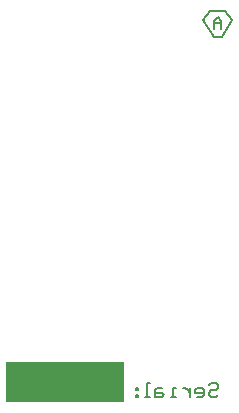
<source format=gbo>
%FSAX43Y43*%
%MOMM*%
G71*
G01*
G75*
G04 Layer_Color=32896*
%ADD10R,0.550X1.750*%
%ADD11R,1.750X0.550*%
%ADD12R,0.900X0.950*%
%ADD13R,1.000X0.950*%
%ADD14R,1.700X0.350*%
%ADD15R,0.950X0.900*%
%ADD16C,0.600*%
%ADD17C,0.300*%
%ADD18C,0.400*%
%ADD19C,0.200*%
%ADD20C,5.000*%
%ADD21C,2.000*%
%ADD22C,1.200*%
%ADD23R,1.200X1.200*%
%ADD24R,1.200X1.200*%
%ADD25C,1.200*%
%ADD26R,1.200X1.200*%
%ADD27C,0.800*%
%ADD28C,1.000*%
%ADD29C,0.500*%
%ADD30C,0.254*%
%ADD31C,0.250*%
%ADD32R,0.753X1.953*%
%ADD33R,1.953X0.753*%
%ADD34R,1.103X1.153*%
%ADD35R,1.203X1.153*%
%ADD36R,1.903X0.553*%
%ADD37R,1.153X1.103*%
%ADD38C,5.203*%
%ADD39C,2.203*%
%ADD40C,1.403*%
%ADD41R,1.403X1.403*%
%ADD42R,1.403X1.403*%
%ADD43C,1.403*%
%ADD44R,1.403X1.403*%
%ADD45C,1.003*%
%ADD46R,10.000X3.500*%
D19*
X0036600Y0033500D02*
X0037200Y0032700D01*
X0036300Y0031300D02*
X0037200Y0032700D01*
X0035600Y0031300D02*
X0036300Y0031300D01*
X0034700Y0032700D02*
X0035600Y0031300D01*
X0034700Y0032700D02*
X0035300Y0033500D01*
X0036600Y0033500D01*
X0035200Y0001800D02*
X0035400Y0002000D01*
X0035800Y0002000D01*
X0036000Y0001800D01*
X0036000Y0001600D01*
X0035800Y0001400D01*
X0035400Y0001400D01*
X0035200Y0001200D01*
X0035200Y0001000D01*
X0035400Y0000800D01*
X0035800Y0000800D01*
X0036000Y0001000D01*
X0034201Y0000800D02*
X0034600Y0000800D01*
X0034800Y0001000D01*
X0034800Y0001400D01*
X0034600Y0001600D01*
X0034201Y0001600D01*
X0034001Y0001400D01*
X0034001Y0001200D01*
X0034800Y0001200D01*
X0033601Y0001600D02*
X0033601Y0000800D01*
X0033601Y0001200D01*
X0033401Y0001400D01*
X0033201Y0001600D01*
X0033001Y0001600D01*
X0032401Y0000800D02*
X0032001Y0000800D01*
X0032201Y0000800D01*
X0032201Y0001600D01*
X0032401Y0001600D01*
X0031202Y0001600D02*
X0030802Y0001600D01*
X0030602Y0001400D01*
X0030602Y0000800D01*
X0031202Y0000800D01*
X0031401Y0001000D01*
X0031202Y0001200D01*
X0030602Y0001200D01*
X0030202Y0000800D02*
X0029802Y0000800D01*
X0030002Y0000800D01*
X0030002Y0002000D01*
X0030202Y0002000D01*
X0029202Y0001600D02*
X0029002Y0001600D01*
X0029002Y0001400D01*
X0029202Y0001400D01*
X0029202Y0001600D01*
X0029202Y0001000D02*
X0029002Y0001000D01*
X0029002Y0000800D01*
X0029202Y0000800D01*
X0029202Y0001000D01*
X0035600Y0032000D02*
X0035600Y0032666D01*
X0035933Y0033000D01*
X0036266Y0032666D01*
X0036266Y0032000D01*
X0036266Y0032500D01*
X0035600Y0032500D01*
D46*
X0023000Y0002050D02*
D03*
M02*

</source>
